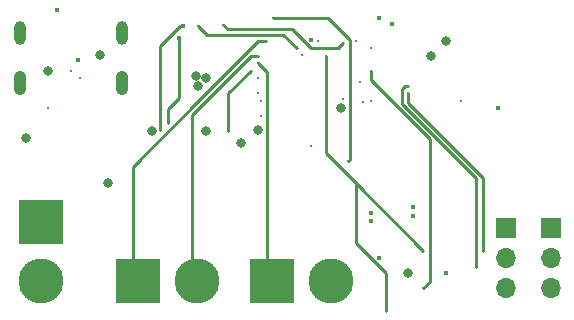
<source format=gbr>
G04 #@! TF.GenerationSoftware,KiCad,Pcbnew,(5.1.9)-1*
G04 #@! TF.CreationDate,2021-07-08T11:24:13-04:00*
G04 #@! TF.ProjectId,ESC_5A,4553435f-3541-42e6-9b69-6361645f7063,rev?*
G04 #@! TF.SameCoordinates,Original*
G04 #@! TF.FileFunction,Copper,L3,Inr*
G04 #@! TF.FilePolarity,Positive*
%FSLAX46Y46*%
G04 Gerber Fmt 4.6, Leading zero omitted, Abs format (unit mm)*
G04 Created by KiCad (PCBNEW (5.1.9)-1) date 2021-07-08 11:24:13*
%MOMM*%
%LPD*%
G01*
G04 APERTURE LIST*
G04 #@! TA.AperFunction,ComponentPad*
%ADD10O,1.700000X1.700000*%
G04 #@! TD*
G04 #@! TA.AperFunction,ComponentPad*
%ADD11R,1.700000X1.700000*%
G04 #@! TD*
G04 #@! TA.AperFunction,ComponentPad*
%ADD12C,3.800000*%
G04 #@! TD*
G04 #@! TA.AperFunction,ComponentPad*
%ADD13R,3.800000X3.800000*%
G04 #@! TD*
G04 #@! TA.AperFunction,ComponentPad*
%ADD14O,1.050000X2.100000*%
G04 #@! TD*
G04 #@! TA.AperFunction,ComponentPad*
%ADD15O,1.000000X2.000000*%
G04 #@! TD*
G04 #@! TA.AperFunction,ViaPad*
%ADD16C,0.400000*%
G04 #@! TD*
G04 #@! TA.AperFunction,ViaPad*
%ADD17C,0.800000*%
G04 #@! TD*
G04 #@! TA.AperFunction,ViaPad*
%ADD18C,0.200000*%
G04 #@! TD*
G04 #@! TA.AperFunction,Conductor*
%ADD19C,0.250000*%
G04 #@! TD*
G04 APERTURE END LIST*
D10*
G04 #@! TO.N,GND*
G04 #@! TO.C,J6*
X173355000Y-161925000D03*
G04 #@! TO.N,+5V*
X173355000Y-159385000D03*
D11*
G04 #@! TO.N,PPM_2*
X173355000Y-156845000D03*
G04 #@! TD*
D12*
G04 #@! TO.N,GND*
G04 #@! TO.C,J5*
X130175000Y-161310000D03*
D13*
G04 #@! TO.N,PWR_IN*
X130175000Y-156310000D03*
G04 #@! TD*
D12*
G04 #@! TO.N,MotorB_Neg*
G04 #@! TO.C,J4*
X154760000Y-161290000D03*
D13*
G04 #@! TO.N,ADC_2*
X149760000Y-161290000D03*
G04 #@! TD*
D12*
G04 #@! TO.N,ADC_3*
G04 #@! TO.C,J3*
X143430000Y-161290000D03*
D13*
G04 #@! TO.N,ADC_1*
X138430000Y-161290000D03*
G04 #@! TD*
D10*
G04 #@! TO.N,GND*
G04 #@! TO.C,J2*
X169545000Y-161925000D03*
G04 #@! TO.N,+5V*
X169545000Y-159385000D03*
D11*
G04 #@! TO.N,PPM_1*
X169545000Y-156845000D03*
G04 #@! TD*
D14*
G04 #@! TO.N,GND*
G04 #@! TO.C,J1*
X137035000Y-144515000D03*
X128395000Y-144515000D03*
D15*
X137035000Y-140335000D03*
X128395000Y-140335000D03*
G04 #@! TD*
D16*
G04 #@! TO.N,NRST*
X168910000Y-146685000D03*
D17*
G04 #@! TO.N,GND*
X164465000Y-140970000D03*
X163195000Y-142240000D03*
X155575000Y-146685000D03*
X144145000Y-144145000D03*
X143310000Y-143945000D03*
D16*
X164465000Y-160655000D03*
D17*
X143470399Y-144819601D03*
D16*
X153073927Y-140901464D03*
D17*
X135192500Y-142177500D03*
X128905000Y-149225000D03*
D16*
G04 #@! TO.N,+3V3*
X158815000Y-159320000D03*
D18*
X156210000Y-151130000D03*
X149860000Y-139065000D03*
D17*
X161290000Y-160655000D03*
D16*
G04 #@! TO.N,+5V*
X161720000Y-155780000D03*
X161720000Y-155002000D03*
D18*
X165735000Y-146050000D03*
X130810000Y-146685000D03*
D16*
G04 #@! TO.N,RGB_PWR*
X131505011Y-138369989D03*
G04 #@! TO.N,RGB_DATA*
X158774810Y-139040190D03*
G04 #@! TO.N,Net-(D2-Pad1)*
X158115000Y-155575000D03*
X158115000Y-156210000D03*
D18*
G04 #@! TO.N,SCK_EEPROM*
X161290000Y-144780000D03*
X167005000Y-160110002D03*
G04 #@! TO.N,MOSI_EEPROM*
X161290000Y-145415000D03*
X167640000Y-158750000D03*
G04 #@! TO.N,MISO_EEPROM*
X158115000Y-143510000D03*
X162560000Y-161925000D03*
G04 #@! TO.N,CS_EEPROM*
X153670000Y-140970000D03*
X154305000Y-142240000D03*
X162560000Y-158750000D03*
X159385000Y-163830000D03*
G04 #@! TO.N,HBMODE*
X157216232Y-144408768D03*
G04 #@! TO.N,D+*
X157426268Y-146103732D03*
X133490000Y-144145000D03*
G04 #@! TO.N,D-*
X158115000Y-146050000D03*
X132715000Y-143510000D03*
D16*
G04 #@! TO.N,PWMB*
X159885191Y-139565191D03*
D18*
G04 #@! TO.N,PWMA*
X158115000Y-141605000D03*
G04 #@! TO.N,INB2*
X151840002Y-141605000D03*
X143513630Y-139696370D03*
G04 #@! TO.N,INB1*
X152245594Y-142130000D03*
G04 #@! TO.N,INA2*
X155782533Y-141177471D03*
X145580438Y-139592144D03*
G04 #@! TO.N,INA1*
X156845000Y-140970000D03*
G04 #@! TO.N,ADC_2*
X148590000Y-142875000D03*
G04 #@! TO.N,ADC_1*
X149225000Y-140970000D03*
G04 #@! TO.N,ADC_3*
X148590000Y-142240000D03*
G04 #@! TO.N,ADC_VREFB*
X147955000Y-143510000D03*
D17*
X147099154Y-149639154D03*
D18*
G04 #@! TO.N,ADC_VREFA*
X148590000Y-144145000D03*
D17*
X139559345Y-148603001D03*
G04 #@! TO.N,ADC_MUX_GND*
X144145000Y-148590000D03*
D18*
X148590000Y-145415000D03*
D16*
G04 #@! TO.N,LO2*
X141882398Y-140692602D03*
D18*
X140916268Y-147901268D03*
X148790001Y-146050000D03*
D16*
G04 #@! TO.N,LO1*
X142240000Y-139700000D03*
D18*
X140281268Y-148536268D03*
X148790001Y-147320000D03*
D17*
G04 #@! TO.N,Net-(J1-PadA5)*
X130810000Y-143510000D03*
D16*
G04 #@! TO.N,Net-(J1-PadB5)*
X133350000Y-142614990D03*
D17*
G04 #@! TO.N,MotorB_Neg*
X148590000Y-148522397D03*
D18*
G04 #@! TO.N,PPM_2*
X153035000Y-149860000D03*
G04 #@! TO.N,PPM_1*
X155782534Y-145912386D03*
D17*
G04 #@! TO.N,PWR*
X135890000Y-153035000D03*
G04 #@! TD*
D19*
G04 #@! TO.N,+3V3*
X156307534Y-140925470D02*
X154447064Y-139065000D01*
X156307534Y-151032466D02*
X156307534Y-140925470D01*
X156210000Y-151130000D02*
X156307534Y-151032466D01*
X154447064Y-139065000D02*
X149860000Y-139065000D01*
G04 #@! TO.N,SCK_EEPROM*
X167005000Y-160020000D02*
X167005000Y-160110002D01*
X167005000Y-152543412D02*
X167005000Y-160020000D01*
X160764999Y-146303411D02*
X167005000Y-152543412D01*
X160764999Y-145022159D02*
X160764999Y-146303411D01*
X161007158Y-144780000D02*
X160764999Y-145022159D01*
X161290000Y-144780000D02*
X161007158Y-144780000D01*
G04 #@! TO.N,MOSI_EEPROM*
X161290000Y-146192002D02*
X167640000Y-152542002D01*
X161290000Y-145415000D02*
X161290000Y-146192002D01*
X167640000Y-152542002D02*
X167640000Y-158750000D01*
G04 #@! TO.N,MISO_EEPROM*
X163085001Y-149259823D02*
X163085001Y-161399999D01*
X158115000Y-144289822D02*
X163085001Y-149259823D01*
X158115000Y-143510000D02*
X158115000Y-144289822D01*
X163085001Y-161399999D02*
X162560000Y-161925000D01*
G04 #@! TO.N,CS_EEPROM*
X154305000Y-142240000D02*
X154305000Y-143759466D01*
X154305000Y-143759466D02*
X154305000Y-150495000D01*
X154305000Y-150495000D02*
X156845000Y-153035000D01*
X156845000Y-153035000D02*
X162560000Y-158750000D01*
X159385000Y-160655000D02*
X156845000Y-158115000D01*
X159385000Y-163830000D02*
X159385000Y-160655000D01*
X156845000Y-153035000D02*
X156845000Y-158115000D01*
G04 #@! TO.N,INB2*
X150680001Y-140444999D02*
X144254999Y-140444999D01*
X144254999Y-140444999D02*
X143510000Y-139700000D01*
X151840002Y-141605000D02*
X150680001Y-140444999D01*
X143510000Y-139700000D02*
X143513630Y-139696370D01*
G04 #@! TO.N,INA2*
X155782533Y-141177471D02*
X155355004Y-141605000D01*
X155355004Y-141605000D02*
X153035000Y-141605000D01*
X153035000Y-141605000D02*
X151424989Y-139994989D01*
X145983283Y-139994989D02*
X145580438Y-139592144D01*
X151424989Y-139994989D02*
X145983283Y-139994989D01*
G04 #@! TO.N,ADC_2*
X149315001Y-143600001D02*
X148590000Y-142875000D01*
X149315001Y-161199999D02*
X149315001Y-143600001D01*
X149225000Y-161290000D02*
X149315001Y-161199999D01*
G04 #@! TO.N,ADC_1*
X148590000Y-140970000D02*
X149225000Y-140970000D01*
X137945000Y-151615000D02*
X143510000Y-146050000D01*
X137945000Y-161290000D02*
X137945000Y-151615000D01*
X143510000Y-146050000D02*
X148590000Y-140970000D01*
X142965001Y-146594999D02*
X143510000Y-146050000D01*
G04 #@! TO.N,ADC_3*
X142965001Y-147231409D02*
X143696401Y-146500009D01*
X142965001Y-161269999D02*
X142965001Y-147231409D01*
X142945000Y-161290000D02*
X142965001Y-161269999D01*
X147956410Y-142240000D02*
X148590000Y-142240000D01*
X143696401Y-146500009D02*
X147956410Y-142240000D01*
G04 #@! TO.N,ADC_VREFB*
X146050000Y-148590000D02*
X146050000Y-145415000D01*
X146050000Y-145415000D02*
X147955000Y-143510000D01*
G04 #@! TO.N,LO2*
X140916268Y-146738732D02*
X141882398Y-145772602D01*
X140916268Y-147901268D02*
X140916268Y-146738732D01*
X141882398Y-140692602D02*
X141882398Y-145772602D01*
G04 #@! TO.N,LO1*
X140281268Y-141375890D02*
X140281268Y-148536268D01*
X141957158Y-139700000D02*
X140281268Y-141375890D01*
X142240000Y-139700000D02*
X141957158Y-139700000D01*
G04 #@! TD*
M02*

</source>
